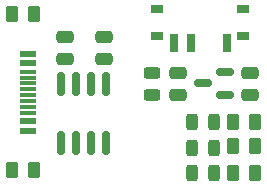
<source format=gbr>
%TF.GenerationSoftware,KiCad,Pcbnew,(6.0.2)*%
%TF.CreationDate,2022-03-30T20:09:58+08:00*%
%TF.ProjectId,CH340-USB-C,43483334-302d-4555-9342-2d432e6b6963,rev?*%
%TF.SameCoordinates,Original*%
%TF.FileFunction,Paste,Top*%
%TF.FilePolarity,Positive*%
%FSLAX46Y46*%
G04 Gerber Fmt 4.6, Leading zero omitted, Abs format (unit mm)*
G04 Created by KiCad (PCBNEW (6.0.2)) date 2022-03-30 20:09:58*
%MOMM*%
%LPD*%
G01*
G04 APERTURE LIST*
G04 Aperture macros list*
%AMRoundRect*
0 Rectangle with rounded corners*
0 $1 Rounding radius*
0 $2 $3 $4 $5 $6 $7 $8 $9 X,Y pos of 4 corners*
0 Add a 4 corners polygon primitive as box body*
4,1,4,$2,$3,$4,$5,$6,$7,$8,$9,$2,$3,0*
0 Add four circle primitives for the rounded corners*
1,1,$1+$1,$2,$3*
1,1,$1+$1,$4,$5*
1,1,$1+$1,$6,$7*
1,1,$1+$1,$8,$9*
0 Add four rect primitives between the rounded corners*
20,1,$1+$1,$2,$3,$4,$5,0*
20,1,$1+$1,$4,$5,$6,$7,0*
20,1,$1+$1,$6,$7,$8,$9,0*
20,1,$1+$1,$8,$9,$2,$3,0*%
G04 Aperture macros list end*
%ADD10RoundRect,0.250000X-0.262500X-0.450000X0.262500X-0.450000X0.262500X0.450000X-0.262500X0.450000X0*%
%ADD11RoundRect,0.243750X-0.243750X-0.456250X0.243750X-0.456250X0.243750X0.456250X-0.243750X0.456250X0*%
%ADD12RoundRect,0.243750X0.456250X-0.243750X0.456250X0.243750X-0.456250X0.243750X-0.456250X-0.243750X0*%
%ADD13RoundRect,0.250000X0.475000X-0.250000X0.475000X0.250000X-0.475000X0.250000X-0.475000X-0.250000X0*%
%ADD14RoundRect,0.250000X0.262500X0.450000X-0.262500X0.450000X-0.262500X-0.450000X0.262500X-0.450000X0*%
%ADD15R,1.000000X0.800000*%
%ADD16R,0.700000X1.500000*%
%ADD17RoundRect,0.150000X0.587500X0.150000X-0.587500X0.150000X-0.587500X-0.150000X0.587500X-0.150000X0*%
%ADD18R,1.450000X0.600000*%
%ADD19R,1.450000X0.300000*%
%ADD20RoundRect,0.250000X-0.475000X0.250000X-0.475000X-0.250000X0.475000X-0.250000X0.475000X0.250000X0*%
%ADD21RoundRect,0.150000X0.150000X-0.825000X0.150000X0.825000X-0.150000X0.825000X-0.150000X-0.825000X0*%
G04 APERTURE END LIST*
D10*
%TO.C,R3*%
X120650000Y-132080000D03*
X122475000Y-132080000D03*
%TD*%
D11*
%TO.C,D3*%
X117141000Y-132080000D03*
X119016000Y-132080000D03*
%TD*%
D12*
%TO.C,F1*%
X113792000Y-129774000D03*
X113792000Y-127899000D03*
%TD*%
D13*
%TO.C,C3*%
X109728000Y-126746000D03*
X109728000Y-124846000D03*
%TD*%
D10*
%TO.C,R1*%
X120650000Y-136398000D03*
X122475000Y-136398000D03*
%TD*%
D14*
%TO.C,R5*%
X103782500Y-122936000D03*
X101957500Y-122936000D03*
%TD*%
D10*
%TO.C,R2*%
X120650000Y-134112000D03*
X122475000Y-134112000D03*
%TD*%
D15*
%TO.C,SW1*%
X114206000Y-124732000D03*
X121506000Y-122522000D03*
X114206000Y-122522000D03*
X121506000Y-124732000D03*
D16*
X120106000Y-125382000D03*
X117106000Y-125382000D03*
X115606000Y-125382000D03*
%TD*%
D17*
%TO.C,U1*%
X119985000Y-129728000D03*
X119985000Y-127828000D03*
X118110000Y-128778000D03*
%TD*%
D11*
%TO.C,D2*%
X117141000Y-134239000D03*
X119016000Y-134239000D03*
%TD*%
%TO.C,D1*%
X117141000Y-136398000D03*
X119016000Y-136398000D03*
%TD*%
D18*
%TO.C,J1*%
X103307000Y-126290000D03*
X103307000Y-127090000D03*
D19*
X103307000Y-128290000D03*
X103307000Y-129290000D03*
X103307000Y-129790000D03*
X103307000Y-130790000D03*
D18*
X103307000Y-131990000D03*
X103307000Y-132790000D03*
X103307000Y-132790000D03*
X103307000Y-131990000D03*
D19*
X103307000Y-131290000D03*
X103307000Y-130290000D03*
X103307000Y-128790000D03*
X103307000Y-127790000D03*
D18*
X103307000Y-127090000D03*
X103307000Y-126290000D03*
%TD*%
D14*
%TO.C,R4*%
X103782500Y-136144000D03*
X101957500Y-136144000D03*
%TD*%
D20*
%TO.C,C1*%
X115999500Y-127906500D03*
X115999500Y-129806500D03*
%TD*%
D13*
%TO.C,C4*%
X106426000Y-126746000D03*
X106426000Y-124846000D03*
%TD*%
D21*
%TO.C,U2*%
X106045000Y-133793000D03*
X107315000Y-133793000D03*
X108585000Y-133793000D03*
X109855000Y-133793000D03*
X109855000Y-128843000D03*
X108585000Y-128843000D03*
X107315000Y-128843000D03*
X106045000Y-128843000D03*
%TD*%
D20*
%TO.C,C2*%
X122095500Y-127906500D03*
X122095500Y-129806500D03*
%TD*%
M02*

</source>
